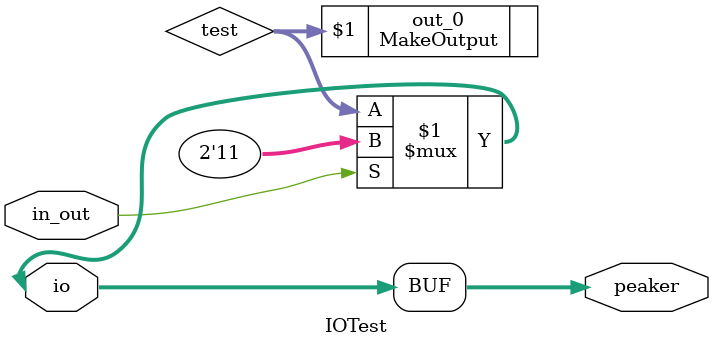
<source format=v>
module IOTest(in_out, io, peaker);

	input in_out;
	output [1:0] peaker;
	inout [1:0] io;
	
	wire [1:0] test;
	
	assign io = in_out ? 2'b11 : test;
	assign peaker = io;
	
	MakeOutput out_0(test);

endmodule

</source>
